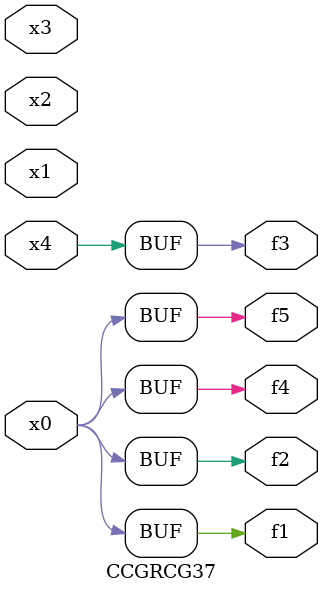
<source format=v>
module CCGRCG37(
	input x0, x1, x2, x3, x4,
	output f1, f2, f3, f4, f5
);
	assign f1 = x0;
	assign f2 = x0;
	assign f3 = x4;
	assign f4 = x0;
	assign f5 = x0;
endmodule

</source>
